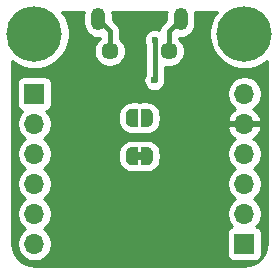
<source format=gbr>
G04 #@! TF.GenerationSoftware,KiCad,Pcbnew,5.1.5+dfsg1-2build2*
G04 #@! TF.CreationDate,2021-09-30T13:46:46+00:00*
G04 #@! TF.ProjectId,mcp2221a-breakout,6d637032-3232-4316-912d-627265616b6f,rev?*
G04 #@! TF.SameCoordinates,Original*
G04 #@! TF.FileFunction,Copper,L2,Bot*
G04 #@! TF.FilePolarity,Positive*
%FSLAX46Y46*%
G04 Gerber Fmt 4.6, Leading zero omitted, Abs format (unit mm)*
G04 Created by KiCad (PCBNEW 5.1.5+dfsg1-2build2) date 2021-09-30 13:46:46*
%MOMM*%
%LPD*%
G04 APERTURE LIST*
G04 #@! TA.AperFunction,EtchedComponent*
%ADD10C,0.350000*%
G04 #@! TD*
G04 #@! TA.AperFunction,ComponentPad*
%ADD11C,4.700000*%
G04 #@! TD*
G04 #@! TA.AperFunction,ComponentPad*
%ADD12O,1.700000X1.700000*%
G04 #@! TD*
G04 #@! TA.AperFunction,ComponentPad*
%ADD13R,1.700000X1.700000*%
G04 #@! TD*
G04 #@! TA.AperFunction,SMDPad,CuDef*
%ADD14C,0.350000*%
G04 #@! TD*
G04 #@! TA.AperFunction,ComponentPad*
%ADD15O,1.200000X1.900000*%
G04 #@! TD*
G04 #@! TA.AperFunction,ComponentPad*
%ADD16C,1.450000*%
G04 #@! TD*
G04 #@! TA.AperFunction,ViaPad*
%ADD17C,0.600000*%
G04 #@! TD*
G04 #@! TA.AperFunction,Conductor*
%ADD18C,0.400000*%
G04 #@! TD*
G04 #@! TA.AperFunction,Conductor*
%ADD19C,0.254000*%
G04 #@! TD*
G04 APERTURE END LIST*
D10*
G04 #@! TO.C,JP2*
G36*
X108200000Y-56370500D02*
G01*
X107700000Y-56370500D01*
X107700000Y-55770500D01*
X108200000Y-55770500D01*
X108200000Y-56370500D01*
G37*
G04 #@! TD*
D11*
G04 #@! TO.P,H2,1*
G04 #@! TO.N,N/C*
X116840000Y-45720000D03*
G04 #@! TD*
D12*
G04 #@! TO.P,J2,6*
G04 #@! TO.N,/GP2*
X99060000Y-63500000D03*
G04 #@! TO.P,J2,5*
G04 #@! TO.N,/Tx*
X99060000Y-60960000D03*
G04 #@! TO.P,J2,4*
G04 #@! TO.N,/Rx*
X99060000Y-58420000D03*
G04 #@! TO.P,J2,3*
G04 #@! TO.N,/~RST*
X99060000Y-55880000D03*
G04 #@! TO.P,J2,2*
G04 #@! TO.N,/GP1*
X99060000Y-53340000D03*
D13*
G04 #@! TO.P,J2,1*
G04 #@! TO.N,/GP0*
X99060000Y-50800000D03*
G04 #@! TD*
D11*
G04 #@! TO.P,H1,1*
G04 #@! TO.N,N/C*
X99060000Y-45720000D03*
G04 #@! TD*
D12*
G04 #@! TO.P,J3,6*
G04 #@! TO.N,VBUS*
X116840000Y-50800000D03*
G04 #@! TO.P,J3,5*
G04 #@! TO.N,GND*
X116840000Y-53340000D03*
G04 #@! TO.P,J3,4*
G04 #@! TO.N,VDD*
X116840000Y-55880000D03*
G04 #@! TO.P,J3,3*
G04 #@! TO.N,/SCL*
X116840000Y-58420000D03*
G04 #@! TO.P,J3,2*
G04 #@! TO.N,/SDA*
X116840000Y-60960000D03*
D13*
G04 #@! TO.P,J3,1*
G04 #@! TO.N,/GP3*
X116840000Y-63500000D03*
G04 #@! TD*
G04 #@! TA.AperFunction,SMDPad,CuDef*
D14*
G04 #@! TO.P,JP2,1*
G04 #@! TO.N,VDD*
G36*
X107800000Y-56820500D02*
G01*
X107300000Y-56820500D01*
X107300000Y-56819898D01*
X107275466Y-56819898D01*
X107226635Y-56815088D01*
X107178510Y-56805516D01*
X107131555Y-56791272D01*
X107086222Y-56772495D01*
X107042949Y-56749364D01*
X107002150Y-56722104D01*
X106964221Y-56690976D01*
X106929524Y-56656279D01*
X106898396Y-56618350D01*
X106871136Y-56577551D01*
X106848005Y-56534278D01*
X106829228Y-56488945D01*
X106814984Y-56441990D01*
X106805412Y-56393865D01*
X106800602Y-56345034D01*
X106800602Y-56320500D01*
X106800000Y-56320500D01*
X106800000Y-55820500D01*
X106800602Y-55820500D01*
X106800602Y-55795966D01*
X106805412Y-55747135D01*
X106814984Y-55699010D01*
X106829228Y-55652055D01*
X106848005Y-55606722D01*
X106871136Y-55563449D01*
X106898396Y-55522650D01*
X106929524Y-55484721D01*
X106964221Y-55450024D01*
X107002150Y-55418896D01*
X107042949Y-55391636D01*
X107086222Y-55368505D01*
X107131555Y-55349728D01*
X107178510Y-55335484D01*
X107226635Y-55325912D01*
X107275466Y-55321102D01*
X107300000Y-55321102D01*
X107300000Y-55320500D01*
X107800000Y-55320500D01*
X107800000Y-56820500D01*
G37*
G04 #@! TD.AperFunction*
G04 #@! TA.AperFunction,SMDPad,CuDef*
G04 #@! TO.P,JP2,2*
G04 #@! TO.N,Net-(C4-Pad1)*
G36*
X108600000Y-55321102D02*
G01*
X108624534Y-55321102D01*
X108673365Y-55325912D01*
X108721490Y-55335484D01*
X108768445Y-55349728D01*
X108813778Y-55368505D01*
X108857051Y-55391636D01*
X108897850Y-55418896D01*
X108935779Y-55450024D01*
X108970476Y-55484721D01*
X109001604Y-55522650D01*
X109028864Y-55563449D01*
X109051995Y-55606722D01*
X109070772Y-55652055D01*
X109085016Y-55699010D01*
X109094588Y-55747135D01*
X109099398Y-55795966D01*
X109099398Y-55820500D01*
X109100000Y-55820500D01*
X109100000Y-56320500D01*
X109099398Y-56320500D01*
X109099398Y-56345034D01*
X109094588Y-56393865D01*
X109085016Y-56441990D01*
X109070772Y-56488945D01*
X109051995Y-56534278D01*
X109028864Y-56577551D01*
X109001604Y-56618350D01*
X108970476Y-56656279D01*
X108935779Y-56690976D01*
X108897850Y-56722104D01*
X108857051Y-56749364D01*
X108813778Y-56772495D01*
X108768445Y-56791272D01*
X108721490Y-56805516D01*
X108673365Y-56815088D01*
X108624534Y-56819898D01*
X108600000Y-56819898D01*
X108600000Y-56820500D01*
X108100000Y-56820500D01*
X108100000Y-55320500D01*
X108600000Y-55320500D01*
X108600000Y-55321102D01*
G37*
G04 #@! TD.AperFunction*
G04 #@! TD*
G04 #@! TA.AperFunction,SMDPad,CuDef*
G04 #@! TO.P,JP1,2*
G04 #@! TO.N,VDD*
G36*
X107300000Y-53581398D02*
G01*
X107275466Y-53581398D01*
X107226635Y-53576588D01*
X107178510Y-53567016D01*
X107131555Y-53552772D01*
X107086222Y-53533995D01*
X107042949Y-53510864D01*
X107002150Y-53483604D01*
X106964221Y-53452476D01*
X106929524Y-53417779D01*
X106898396Y-53379850D01*
X106871136Y-53339051D01*
X106848005Y-53295778D01*
X106829228Y-53250445D01*
X106814984Y-53203490D01*
X106805412Y-53155365D01*
X106800602Y-53106534D01*
X106800602Y-53082000D01*
X106800000Y-53082000D01*
X106800000Y-52582000D01*
X106800602Y-52582000D01*
X106800602Y-52557466D01*
X106805412Y-52508635D01*
X106814984Y-52460510D01*
X106829228Y-52413555D01*
X106848005Y-52368222D01*
X106871136Y-52324949D01*
X106898396Y-52284150D01*
X106929524Y-52246221D01*
X106964221Y-52211524D01*
X107002150Y-52180396D01*
X107042949Y-52153136D01*
X107086222Y-52130005D01*
X107131555Y-52111228D01*
X107178510Y-52096984D01*
X107226635Y-52087412D01*
X107275466Y-52082602D01*
X107300000Y-52082602D01*
X107300000Y-52082000D01*
X107800000Y-52082000D01*
X107800000Y-53582000D01*
X107300000Y-53582000D01*
X107300000Y-53581398D01*
G37*
G04 #@! TD.AperFunction*
G04 #@! TA.AperFunction,SMDPad,CuDef*
G04 #@! TO.P,JP1,1*
G04 #@! TO.N,VBUS*
G36*
X108100000Y-52082000D02*
G01*
X108600000Y-52082000D01*
X108600000Y-52082602D01*
X108624534Y-52082602D01*
X108673365Y-52087412D01*
X108721490Y-52096984D01*
X108768445Y-52111228D01*
X108813778Y-52130005D01*
X108857051Y-52153136D01*
X108897850Y-52180396D01*
X108935779Y-52211524D01*
X108970476Y-52246221D01*
X109001604Y-52284150D01*
X109028864Y-52324949D01*
X109051995Y-52368222D01*
X109070772Y-52413555D01*
X109085016Y-52460510D01*
X109094588Y-52508635D01*
X109099398Y-52557466D01*
X109099398Y-52582000D01*
X109100000Y-52582000D01*
X109100000Y-53082000D01*
X109099398Y-53082000D01*
X109099398Y-53106534D01*
X109094588Y-53155365D01*
X109085016Y-53203490D01*
X109070772Y-53250445D01*
X109051995Y-53295778D01*
X109028864Y-53339051D01*
X109001604Y-53379850D01*
X108970476Y-53417779D01*
X108935779Y-53452476D01*
X108897850Y-53483604D01*
X108857051Y-53510864D01*
X108813778Y-53533995D01*
X108768445Y-53552772D01*
X108721490Y-53567016D01*
X108673365Y-53576588D01*
X108624534Y-53581398D01*
X108600000Y-53581398D01*
X108600000Y-53582000D01*
X108100000Y-53582000D01*
X108100000Y-52082000D01*
G37*
G04 #@! TD.AperFunction*
G04 #@! TD*
D15*
G04 #@! TO.P,J1,6*
G04 #@! TO.N,Net-(J1-Pad6)*
X104450000Y-44482500D03*
X111450000Y-44482500D03*
D16*
X105450000Y-47182500D03*
X110450000Y-47182500D03*
G04 #@! TD*
D17*
G04 #@! TO.N,GND*
X106680000Y-48260000D03*
X111760000Y-53340000D03*
X101600000Y-50800000D03*
X113601500Y-56388000D03*
X105410005Y-50799995D03*
X102489000Y-53340000D03*
X107950000Y-49085500D03*
X110490000Y-50863502D03*
G04 #@! TO.N,VBUS*
X109250000Y-46237498D03*
X108585004Y-52832000D03*
X109220000Y-49657000D03*
G04 #@! TO.N,VDD*
X107124500Y-56070500D03*
X107314922Y-52832000D03*
G04 #@! TO.N,Net-(C4-Pad1)*
X108775500Y-56070500D03*
G04 #@! TD*
D18*
G04 #@! TO.N,VBUS*
X109250000Y-46237498D02*
X109250000Y-49627000D01*
X109250000Y-49627000D02*
X109220000Y-49657000D01*
G04 #@! TO.N,Net-(J1-Pad6)*
X105450000Y-45482500D02*
X104450000Y-44482500D01*
X105450000Y-47182500D02*
X105450000Y-45482500D01*
X110450000Y-45482500D02*
X111450000Y-44482500D01*
X110450000Y-47182500D02*
X110450000Y-45482500D01*
G04 #@! TD*
D19*
G04 #@! TO.N,GND*
G36*
X103232870Y-43890398D02*
G01*
X103215000Y-44071835D01*
X103215000Y-44893164D01*
X103232870Y-45074601D01*
X103303489Y-45307400D01*
X103418167Y-45521948D01*
X103572498Y-45710002D01*
X103760551Y-45864333D01*
X103975099Y-45979011D01*
X104207898Y-46049630D01*
X104450000Y-46073475D01*
X104615001Y-46057224D01*
X104615001Y-46104771D01*
X104583051Y-46126119D01*
X104393619Y-46315551D01*
X104244784Y-46538299D01*
X104142264Y-46785803D01*
X104090000Y-47048552D01*
X104090000Y-47316448D01*
X104142264Y-47579197D01*
X104244784Y-47826701D01*
X104393619Y-48049449D01*
X104583051Y-48238881D01*
X104805799Y-48387716D01*
X105053303Y-48490236D01*
X105316052Y-48542500D01*
X105583948Y-48542500D01*
X105846697Y-48490236D01*
X106094201Y-48387716D01*
X106316949Y-48238881D01*
X106506381Y-48049449D01*
X106655216Y-47826701D01*
X106757736Y-47579197D01*
X106810000Y-47316448D01*
X106810000Y-47048552D01*
X106757736Y-46785803D01*
X106655216Y-46538299D01*
X106506381Y-46315551D01*
X106316949Y-46126119D01*
X106285000Y-46104771D01*
X106285000Y-45523518D01*
X106289040Y-45482500D01*
X106283496Y-45426209D01*
X106272918Y-45318811D01*
X106225172Y-45161413D01*
X106147636Y-45016354D01*
X106088969Y-44944868D01*
X106069439Y-44921070D01*
X106069437Y-44921068D01*
X106043291Y-44889209D01*
X106011432Y-44863063D01*
X105685000Y-44536632D01*
X105685000Y-44071836D01*
X105667130Y-43890399D01*
X105651842Y-43840000D01*
X110248158Y-43840000D01*
X110232870Y-43890399D01*
X110215000Y-44071836D01*
X110215000Y-44536632D01*
X109888574Y-44863059D01*
X109856710Y-44889209D01*
X109812695Y-44942842D01*
X109752364Y-45016355D01*
X109674828Y-45161414D01*
X109627082Y-45318812D01*
X109621135Y-45379191D01*
X109522729Y-45338430D01*
X109342089Y-45302498D01*
X109157911Y-45302498D01*
X108977271Y-45338430D01*
X108807111Y-45408912D01*
X108653972Y-45511236D01*
X108523738Y-45641470D01*
X108421414Y-45794609D01*
X108350932Y-45964769D01*
X108315000Y-46145409D01*
X108315000Y-46329587D01*
X108350932Y-46510227D01*
X108415000Y-46664902D01*
X108415001Y-49178811D01*
X108391414Y-49214111D01*
X108320932Y-49384271D01*
X108285000Y-49564911D01*
X108285000Y-49749089D01*
X108320932Y-49929729D01*
X108391414Y-50099889D01*
X108493738Y-50253028D01*
X108623972Y-50383262D01*
X108777111Y-50485586D01*
X108947271Y-50556068D01*
X109127911Y-50592000D01*
X109312089Y-50592000D01*
X109492729Y-50556068D01*
X109662889Y-50485586D01*
X109816028Y-50383262D01*
X109946262Y-50253028D01*
X110048586Y-50099889D01*
X110119068Y-49929729D01*
X110155000Y-49749089D01*
X110155000Y-49564911D01*
X110119068Y-49384271D01*
X110085000Y-49302023D01*
X110085000Y-48496541D01*
X110316052Y-48542500D01*
X110583948Y-48542500D01*
X110846697Y-48490236D01*
X111094201Y-48387716D01*
X111316949Y-48238881D01*
X111506381Y-48049449D01*
X111655216Y-47826701D01*
X111757736Y-47579197D01*
X111810000Y-47316448D01*
X111810000Y-47048552D01*
X111757736Y-46785803D01*
X111655216Y-46538299D01*
X111506381Y-46315551D01*
X111316949Y-46126119D01*
X111285000Y-46104771D01*
X111285000Y-46057224D01*
X111450000Y-46073475D01*
X111692102Y-46049630D01*
X111924901Y-45979011D01*
X112139449Y-45864333D01*
X112327502Y-45710002D01*
X112481833Y-45521949D01*
X112596511Y-45307401D01*
X112667130Y-45074601D01*
X112685000Y-44893164D01*
X112685000Y-44071835D01*
X112667130Y-43890398D01*
X112651842Y-43840000D01*
X114506147Y-43840000D01*
X114194727Y-44306072D01*
X113969712Y-44849308D01*
X113855000Y-45426003D01*
X113855000Y-46013997D01*
X113969712Y-46590692D01*
X114194727Y-47133928D01*
X114521399Y-47622826D01*
X114937174Y-48038601D01*
X115426072Y-48365273D01*
X115969308Y-48590288D01*
X116546003Y-48705000D01*
X117133997Y-48705000D01*
X117710692Y-48590288D01*
X118253928Y-48365273D01*
X118720001Y-48053852D01*
X118720000Y-63467721D01*
X118681091Y-63864545D01*
X118575220Y-64215206D01*
X118403257Y-64538623D01*
X118171748Y-64822482D01*
X117889514Y-65055965D01*
X117567304Y-65230184D01*
X117217385Y-65338502D01*
X116822557Y-65380000D01*
X99092279Y-65380000D01*
X98695455Y-65341091D01*
X98344794Y-65235220D01*
X98021377Y-65063257D01*
X97737518Y-64831748D01*
X97504035Y-64549514D01*
X97329816Y-64227304D01*
X97221498Y-63877385D01*
X97180000Y-63482557D01*
X97180000Y-49950000D01*
X97571928Y-49950000D01*
X97571928Y-51650000D01*
X97584188Y-51774482D01*
X97620498Y-51894180D01*
X97679463Y-52004494D01*
X97758815Y-52101185D01*
X97855506Y-52180537D01*
X97965820Y-52239502D01*
X98038380Y-52261513D01*
X97906525Y-52393368D01*
X97744010Y-52636589D01*
X97632068Y-52906842D01*
X97575000Y-53193740D01*
X97575000Y-53486260D01*
X97632068Y-53773158D01*
X97744010Y-54043411D01*
X97906525Y-54286632D01*
X98113368Y-54493475D01*
X98287760Y-54610000D01*
X98113368Y-54726525D01*
X97906525Y-54933368D01*
X97744010Y-55176589D01*
X97632068Y-55446842D01*
X97575000Y-55733740D01*
X97575000Y-56026260D01*
X97632068Y-56313158D01*
X97744010Y-56583411D01*
X97906525Y-56826632D01*
X98113368Y-57033475D01*
X98287760Y-57150000D01*
X98113368Y-57266525D01*
X97906525Y-57473368D01*
X97744010Y-57716589D01*
X97632068Y-57986842D01*
X97575000Y-58273740D01*
X97575000Y-58566260D01*
X97632068Y-58853158D01*
X97744010Y-59123411D01*
X97906525Y-59366632D01*
X98113368Y-59573475D01*
X98287760Y-59690000D01*
X98113368Y-59806525D01*
X97906525Y-60013368D01*
X97744010Y-60256589D01*
X97632068Y-60526842D01*
X97575000Y-60813740D01*
X97575000Y-61106260D01*
X97632068Y-61393158D01*
X97744010Y-61663411D01*
X97906525Y-61906632D01*
X98113368Y-62113475D01*
X98287760Y-62230000D01*
X98113368Y-62346525D01*
X97906525Y-62553368D01*
X97744010Y-62796589D01*
X97632068Y-63066842D01*
X97575000Y-63353740D01*
X97575000Y-63646260D01*
X97632068Y-63933158D01*
X97744010Y-64203411D01*
X97906525Y-64446632D01*
X98113368Y-64653475D01*
X98356589Y-64815990D01*
X98626842Y-64927932D01*
X98913740Y-64985000D01*
X99206260Y-64985000D01*
X99493158Y-64927932D01*
X99763411Y-64815990D01*
X100006632Y-64653475D01*
X100213475Y-64446632D01*
X100375990Y-64203411D01*
X100487932Y-63933158D01*
X100545000Y-63646260D01*
X100545000Y-63353740D01*
X100487932Y-63066842D01*
X100375990Y-62796589D01*
X100278043Y-62650000D01*
X115351928Y-62650000D01*
X115351928Y-64350000D01*
X115364188Y-64474482D01*
X115400498Y-64594180D01*
X115459463Y-64704494D01*
X115538815Y-64801185D01*
X115635506Y-64880537D01*
X115745820Y-64939502D01*
X115865518Y-64975812D01*
X115990000Y-64988072D01*
X117690000Y-64988072D01*
X117814482Y-64975812D01*
X117934180Y-64939502D01*
X118044494Y-64880537D01*
X118141185Y-64801185D01*
X118220537Y-64704494D01*
X118279502Y-64594180D01*
X118315812Y-64474482D01*
X118328072Y-64350000D01*
X118328072Y-62650000D01*
X118315812Y-62525518D01*
X118279502Y-62405820D01*
X118220537Y-62295506D01*
X118141185Y-62198815D01*
X118044494Y-62119463D01*
X117934180Y-62060498D01*
X117861620Y-62038487D01*
X117993475Y-61906632D01*
X118155990Y-61663411D01*
X118267932Y-61393158D01*
X118325000Y-61106260D01*
X118325000Y-60813740D01*
X118267932Y-60526842D01*
X118155990Y-60256589D01*
X117993475Y-60013368D01*
X117786632Y-59806525D01*
X117612240Y-59690000D01*
X117786632Y-59573475D01*
X117993475Y-59366632D01*
X118155990Y-59123411D01*
X118267932Y-58853158D01*
X118325000Y-58566260D01*
X118325000Y-58273740D01*
X118267932Y-57986842D01*
X118155990Y-57716589D01*
X117993475Y-57473368D01*
X117786632Y-57266525D01*
X117612240Y-57150000D01*
X117786632Y-57033475D01*
X117993475Y-56826632D01*
X118155990Y-56583411D01*
X118267932Y-56313158D01*
X118325000Y-56026260D01*
X118325000Y-55733740D01*
X118267932Y-55446842D01*
X118155990Y-55176589D01*
X117993475Y-54933368D01*
X117786632Y-54726525D01*
X117604466Y-54604805D01*
X117721355Y-54535178D01*
X117937588Y-54340269D01*
X118111641Y-54106920D01*
X118236825Y-53844099D01*
X118281476Y-53696890D01*
X118160155Y-53467000D01*
X116967000Y-53467000D01*
X116967000Y-53487000D01*
X116713000Y-53487000D01*
X116713000Y-53467000D01*
X115519845Y-53467000D01*
X115398524Y-53696890D01*
X115443175Y-53844099D01*
X115568359Y-54106920D01*
X115742412Y-54340269D01*
X115958645Y-54535178D01*
X116075534Y-54604805D01*
X115893368Y-54726525D01*
X115686525Y-54933368D01*
X115524010Y-55176589D01*
X115412068Y-55446842D01*
X115355000Y-55733740D01*
X115355000Y-56026260D01*
X115412068Y-56313158D01*
X115524010Y-56583411D01*
X115686525Y-56826632D01*
X115893368Y-57033475D01*
X116067760Y-57150000D01*
X115893368Y-57266525D01*
X115686525Y-57473368D01*
X115524010Y-57716589D01*
X115412068Y-57986842D01*
X115355000Y-58273740D01*
X115355000Y-58566260D01*
X115412068Y-58853158D01*
X115524010Y-59123411D01*
X115686525Y-59366632D01*
X115893368Y-59573475D01*
X116067760Y-59690000D01*
X115893368Y-59806525D01*
X115686525Y-60013368D01*
X115524010Y-60256589D01*
X115412068Y-60526842D01*
X115355000Y-60813740D01*
X115355000Y-61106260D01*
X115412068Y-61393158D01*
X115524010Y-61663411D01*
X115686525Y-61906632D01*
X115818380Y-62038487D01*
X115745820Y-62060498D01*
X115635506Y-62119463D01*
X115538815Y-62198815D01*
X115459463Y-62295506D01*
X115400498Y-62405820D01*
X115364188Y-62525518D01*
X115351928Y-62650000D01*
X100278043Y-62650000D01*
X100213475Y-62553368D01*
X100006632Y-62346525D01*
X99832240Y-62230000D01*
X100006632Y-62113475D01*
X100213475Y-61906632D01*
X100375990Y-61663411D01*
X100487932Y-61393158D01*
X100545000Y-61106260D01*
X100545000Y-60813740D01*
X100487932Y-60526842D01*
X100375990Y-60256589D01*
X100213475Y-60013368D01*
X100006632Y-59806525D01*
X99832240Y-59690000D01*
X100006632Y-59573475D01*
X100213475Y-59366632D01*
X100375990Y-59123411D01*
X100487932Y-58853158D01*
X100545000Y-58566260D01*
X100545000Y-58273740D01*
X100487932Y-57986842D01*
X100375990Y-57716589D01*
X100213475Y-57473368D01*
X100006632Y-57266525D01*
X99832240Y-57150000D01*
X100006632Y-57033475D01*
X100213475Y-56826632D01*
X100375990Y-56583411D01*
X100487932Y-56313158D01*
X100545000Y-56026260D01*
X100545000Y-55820500D01*
X106161928Y-55820500D01*
X106161928Y-56320500D01*
X106164336Y-56344950D01*
X106164336Y-56369509D01*
X106176596Y-56493990D01*
X106195718Y-56590123D01*
X106232027Y-56709819D01*
X106269536Y-56800375D01*
X106328502Y-56910692D01*
X106382958Y-56992191D01*
X106462310Y-57088882D01*
X106531618Y-57158190D01*
X106628309Y-57237542D01*
X106709808Y-57291998D01*
X106820125Y-57350964D01*
X106910681Y-57388473D01*
X107030377Y-57424782D01*
X107126510Y-57443904D01*
X107250991Y-57456164D01*
X107275550Y-57456164D01*
X107300000Y-57458572D01*
X107800000Y-57458572D01*
X107924482Y-57446312D01*
X107950000Y-57438571D01*
X107975518Y-57446312D01*
X108100000Y-57458572D01*
X108600000Y-57458572D01*
X108624450Y-57456164D01*
X108649009Y-57456164D01*
X108773490Y-57443904D01*
X108869623Y-57424782D01*
X108989319Y-57388473D01*
X109079875Y-57350964D01*
X109190192Y-57291998D01*
X109271691Y-57237542D01*
X109368382Y-57158190D01*
X109437690Y-57088882D01*
X109517042Y-56992191D01*
X109571498Y-56910692D01*
X109630464Y-56800375D01*
X109667973Y-56709819D01*
X109704282Y-56590123D01*
X109723404Y-56493990D01*
X109735664Y-56369509D01*
X109735664Y-56344950D01*
X109738072Y-56320500D01*
X109738072Y-55820500D01*
X109735664Y-55796050D01*
X109735664Y-55771491D01*
X109723404Y-55647010D01*
X109704282Y-55550877D01*
X109667973Y-55431181D01*
X109630464Y-55340625D01*
X109571498Y-55230308D01*
X109517042Y-55148809D01*
X109437690Y-55052118D01*
X109368382Y-54982810D01*
X109271691Y-54903458D01*
X109190192Y-54849002D01*
X109079875Y-54790036D01*
X108989319Y-54752527D01*
X108869623Y-54716218D01*
X108773490Y-54697096D01*
X108649009Y-54684836D01*
X108624450Y-54684836D01*
X108600000Y-54682428D01*
X108100000Y-54682428D01*
X107975518Y-54694688D01*
X107950000Y-54702429D01*
X107924482Y-54694688D01*
X107800000Y-54682428D01*
X107300000Y-54682428D01*
X107275550Y-54684836D01*
X107250991Y-54684836D01*
X107126510Y-54697096D01*
X107030377Y-54716218D01*
X106910681Y-54752527D01*
X106820125Y-54790036D01*
X106709808Y-54849002D01*
X106628309Y-54903458D01*
X106531618Y-54982810D01*
X106462310Y-55052118D01*
X106382958Y-55148809D01*
X106328502Y-55230308D01*
X106269536Y-55340625D01*
X106232027Y-55431181D01*
X106195718Y-55550877D01*
X106176596Y-55647010D01*
X106164336Y-55771491D01*
X106164336Y-55796050D01*
X106161928Y-55820500D01*
X100545000Y-55820500D01*
X100545000Y-55733740D01*
X100487932Y-55446842D01*
X100375990Y-55176589D01*
X100213475Y-54933368D01*
X100006632Y-54726525D01*
X99832240Y-54610000D01*
X100006632Y-54493475D01*
X100213475Y-54286632D01*
X100375990Y-54043411D01*
X100487932Y-53773158D01*
X100545000Y-53486260D01*
X100545000Y-53193740D01*
X100487932Y-52906842D01*
X100375990Y-52636589D01*
X100339515Y-52582000D01*
X106161928Y-52582000D01*
X106161928Y-53082000D01*
X106164336Y-53106450D01*
X106164336Y-53131009D01*
X106176596Y-53255490D01*
X106195718Y-53351623D01*
X106232027Y-53471319D01*
X106269536Y-53561875D01*
X106328502Y-53672192D01*
X106382958Y-53753691D01*
X106462310Y-53850382D01*
X106531618Y-53919690D01*
X106628309Y-53999042D01*
X106709808Y-54053498D01*
X106820125Y-54112464D01*
X106910681Y-54149973D01*
X107030377Y-54186282D01*
X107126510Y-54205404D01*
X107250991Y-54217664D01*
X107275550Y-54217664D01*
X107300000Y-54220072D01*
X107800000Y-54220072D01*
X107924482Y-54207812D01*
X107950000Y-54200071D01*
X107975518Y-54207812D01*
X108100000Y-54220072D01*
X108600000Y-54220072D01*
X108624450Y-54217664D01*
X108649009Y-54217664D01*
X108773490Y-54205404D01*
X108869623Y-54186282D01*
X108989319Y-54149973D01*
X109079875Y-54112464D01*
X109190192Y-54053498D01*
X109271691Y-53999042D01*
X109368382Y-53919690D01*
X109437690Y-53850382D01*
X109517042Y-53753691D01*
X109571498Y-53672192D01*
X109630464Y-53561875D01*
X109667973Y-53471319D01*
X109704282Y-53351623D01*
X109723404Y-53255490D01*
X109735664Y-53131009D01*
X109735664Y-53106450D01*
X109738072Y-53082000D01*
X109738072Y-52582000D01*
X109735664Y-52557550D01*
X109735664Y-52532991D01*
X109723404Y-52408510D01*
X109704282Y-52312377D01*
X109667973Y-52192681D01*
X109630464Y-52102125D01*
X109571498Y-51991808D01*
X109517042Y-51910309D01*
X109437690Y-51813618D01*
X109368382Y-51744310D01*
X109271691Y-51664958D01*
X109190192Y-51610502D01*
X109079875Y-51551536D01*
X108989319Y-51514027D01*
X108869623Y-51477718D01*
X108773490Y-51458596D01*
X108649009Y-51446336D01*
X108624450Y-51446336D01*
X108600000Y-51443928D01*
X108100000Y-51443928D01*
X107975518Y-51456188D01*
X107950000Y-51463929D01*
X107924482Y-51456188D01*
X107800000Y-51443928D01*
X107300000Y-51443928D01*
X107275550Y-51446336D01*
X107250991Y-51446336D01*
X107126510Y-51458596D01*
X107030377Y-51477718D01*
X106910681Y-51514027D01*
X106820125Y-51551536D01*
X106709808Y-51610502D01*
X106628309Y-51664958D01*
X106531618Y-51744310D01*
X106462310Y-51813618D01*
X106382958Y-51910309D01*
X106328502Y-51991808D01*
X106269536Y-52102125D01*
X106232027Y-52192681D01*
X106195718Y-52312377D01*
X106176596Y-52408510D01*
X106164336Y-52532991D01*
X106164336Y-52557550D01*
X106161928Y-52582000D01*
X100339515Y-52582000D01*
X100213475Y-52393368D01*
X100081620Y-52261513D01*
X100154180Y-52239502D01*
X100264494Y-52180537D01*
X100361185Y-52101185D01*
X100440537Y-52004494D01*
X100499502Y-51894180D01*
X100535812Y-51774482D01*
X100548072Y-51650000D01*
X100548072Y-50653740D01*
X115355000Y-50653740D01*
X115355000Y-50946260D01*
X115412068Y-51233158D01*
X115524010Y-51503411D01*
X115686525Y-51746632D01*
X115893368Y-51953475D01*
X116075534Y-52075195D01*
X115958645Y-52144822D01*
X115742412Y-52339731D01*
X115568359Y-52573080D01*
X115443175Y-52835901D01*
X115398524Y-52983110D01*
X115519845Y-53213000D01*
X116713000Y-53213000D01*
X116713000Y-53193000D01*
X116967000Y-53193000D01*
X116967000Y-53213000D01*
X118160155Y-53213000D01*
X118281476Y-52983110D01*
X118236825Y-52835901D01*
X118111641Y-52573080D01*
X117937588Y-52339731D01*
X117721355Y-52144822D01*
X117604466Y-52075195D01*
X117786632Y-51953475D01*
X117993475Y-51746632D01*
X118155990Y-51503411D01*
X118267932Y-51233158D01*
X118325000Y-50946260D01*
X118325000Y-50653740D01*
X118267932Y-50366842D01*
X118155990Y-50096589D01*
X117993475Y-49853368D01*
X117786632Y-49646525D01*
X117543411Y-49484010D01*
X117273158Y-49372068D01*
X116986260Y-49315000D01*
X116693740Y-49315000D01*
X116406842Y-49372068D01*
X116136589Y-49484010D01*
X115893368Y-49646525D01*
X115686525Y-49853368D01*
X115524010Y-50096589D01*
X115412068Y-50366842D01*
X115355000Y-50653740D01*
X100548072Y-50653740D01*
X100548072Y-49950000D01*
X100535812Y-49825518D01*
X100499502Y-49705820D01*
X100440537Y-49595506D01*
X100361185Y-49498815D01*
X100264494Y-49419463D01*
X100154180Y-49360498D01*
X100034482Y-49324188D01*
X99910000Y-49311928D01*
X98210000Y-49311928D01*
X98085518Y-49324188D01*
X97965820Y-49360498D01*
X97855506Y-49419463D01*
X97758815Y-49498815D01*
X97679463Y-49595506D01*
X97620498Y-49705820D01*
X97584188Y-49825518D01*
X97571928Y-49950000D01*
X97180000Y-49950000D01*
X97180000Y-48053853D01*
X97646072Y-48365273D01*
X98189308Y-48590288D01*
X98766003Y-48705000D01*
X99353997Y-48705000D01*
X99930692Y-48590288D01*
X100473928Y-48365273D01*
X100962826Y-48038601D01*
X101378601Y-47622826D01*
X101705273Y-47133928D01*
X101930288Y-46590692D01*
X102045000Y-46013997D01*
X102045000Y-45426003D01*
X101930288Y-44849308D01*
X101705273Y-44306072D01*
X101393853Y-43840000D01*
X103248158Y-43840000D01*
X103232870Y-43890398D01*
G37*
X103232870Y-43890398D02*
X103215000Y-44071835D01*
X103215000Y-44893164D01*
X103232870Y-45074601D01*
X103303489Y-45307400D01*
X103418167Y-45521948D01*
X103572498Y-45710002D01*
X103760551Y-45864333D01*
X103975099Y-45979011D01*
X104207898Y-46049630D01*
X104450000Y-46073475D01*
X104615001Y-46057224D01*
X104615001Y-46104771D01*
X104583051Y-46126119D01*
X104393619Y-46315551D01*
X104244784Y-46538299D01*
X104142264Y-46785803D01*
X104090000Y-47048552D01*
X104090000Y-47316448D01*
X104142264Y-47579197D01*
X104244784Y-47826701D01*
X104393619Y-48049449D01*
X104583051Y-48238881D01*
X104805799Y-48387716D01*
X105053303Y-48490236D01*
X105316052Y-48542500D01*
X105583948Y-48542500D01*
X105846697Y-48490236D01*
X106094201Y-48387716D01*
X106316949Y-48238881D01*
X106506381Y-48049449D01*
X106655216Y-47826701D01*
X106757736Y-47579197D01*
X106810000Y-47316448D01*
X106810000Y-47048552D01*
X106757736Y-46785803D01*
X106655216Y-46538299D01*
X106506381Y-46315551D01*
X106316949Y-46126119D01*
X106285000Y-46104771D01*
X106285000Y-45523518D01*
X106289040Y-45482500D01*
X106283496Y-45426209D01*
X106272918Y-45318811D01*
X106225172Y-45161413D01*
X106147636Y-45016354D01*
X106088969Y-44944868D01*
X106069439Y-44921070D01*
X106069437Y-44921068D01*
X106043291Y-44889209D01*
X106011432Y-44863063D01*
X105685000Y-44536632D01*
X105685000Y-44071836D01*
X105667130Y-43890399D01*
X105651842Y-43840000D01*
X110248158Y-43840000D01*
X110232870Y-43890399D01*
X110215000Y-44071836D01*
X110215000Y-44536632D01*
X109888574Y-44863059D01*
X109856710Y-44889209D01*
X109812695Y-44942842D01*
X109752364Y-45016355D01*
X109674828Y-45161414D01*
X109627082Y-45318812D01*
X109621135Y-45379191D01*
X109522729Y-45338430D01*
X109342089Y-45302498D01*
X109157911Y-45302498D01*
X108977271Y-45338430D01*
X108807111Y-45408912D01*
X108653972Y-45511236D01*
X108523738Y-45641470D01*
X108421414Y-45794609D01*
X108350932Y-45964769D01*
X108315000Y-46145409D01*
X108315000Y-46329587D01*
X108350932Y-46510227D01*
X108415000Y-46664902D01*
X108415001Y-49178811D01*
X108391414Y-49214111D01*
X108320932Y-49384271D01*
X108285000Y-49564911D01*
X108285000Y-49749089D01*
X108320932Y-49929729D01*
X108391414Y-50099889D01*
X108493738Y-50253028D01*
X108623972Y-50383262D01*
X108777111Y-50485586D01*
X108947271Y-50556068D01*
X109127911Y-50592000D01*
X109312089Y-50592000D01*
X109492729Y-50556068D01*
X109662889Y-50485586D01*
X109816028Y-50383262D01*
X109946262Y-50253028D01*
X110048586Y-50099889D01*
X110119068Y-49929729D01*
X110155000Y-49749089D01*
X110155000Y-49564911D01*
X110119068Y-49384271D01*
X110085000Y-49302023D01*
X110085000Y-48496541D01*
X110316052Y-48542500D01*
X110583948Y-48542500D01*
X110846697Y-48490236D01*
X111094201Y-48387716D01*
X111316949Y-48238881D01*
X111506381Y-48049449D01*
X111655216Y-47826701D01*
X111757736Y-47579197D01*
X111810000Y-47316448D01*
X111810000Y-47048552D01*
X111757736Y-46785803D01*
X111655216Y-46538299D01*
X111506381Y-46315551D01*
X111316949Y-46126119D01*
X111285000Y-46104771D01*
X111285000Y-46057224D01*
X111450000Y-46073475D01*
X111692102Y-46049630D01*
X111924901Y-45979011D01*
X112139449Y-45864333D01*
X112327502Y-45710002D01*
X112481833Y-45521949D01*
X112596511Y-45307401D01*
X112667130Y-45074601D01*
X112685000Y-44893164D01*
X112685000Y-44071835D01*
X112667130Y-43890398D01*
X112651842Y-43840000D01*
X114506147Y-43840000D01*
X114194727Y-44306072D01*
X113969712Y-44849308D01*
X113855000Y-45426003D01*
X113855000Y-46013997D01*
X113969712Y-46590692D01*
X114194727Y-47133928D01*
X114521399Y-47622826D01*
X114937174Y-48038601D01*
X115426072Y-48365273D01*
X115969308Y-48590288D01*
X116546003Y-48705000D01*
X117133997Y-48705000D01*
X117710692Y-48590288D01*
X118253928Y-48365273D01*
X118720001Y-48053852D01*
X118720000Y-63467721D01*
X118681091Y-63864545D01*
X118575220Y-64215206D01*
X118403257Y-64538623D01*
X118171748Y-64822482D01*
X117889514Y-65055965D01*
X117567304Y-65230184D01*
X117217385Y-65338502D01*
X116822557Y-65380000D01*
X99092279Y-65380000D01*
X98695455Y-65341091D01*
X98344794Y-65235220D01*
X98021377Y-65063257D01*
X97737518Y-64831748D01*
X97504035Y-64549514D01*
X97329816Y-64227304D01*
X97221498Y-63877385D01*
X97180000Y-63482557D01*
X97180000Y-49950000D01*
X97571928Y-49950000D01*
X97571928Y-51650000D01*
X97584188Y-51774482D01*
X97620498Y-51894180D01*
X97679463Y-52004494D01*
X97758815Y-52101185D01*
X97855506Y-52180537D01*
X97965820Y-52239502D01*
X98038380Y-52261513D01*
X97906525Y-52393368D01*
X97744010Y-52636589D01*
X97632068Y-52906842D01*
X97575000Y-53193740D01*
X97575000Y-53486260D01*
X97632068Y-53773158D01*
X97744010Y-54043411D01*
X97906525Y-54286632D01*
X98113368Y-54493475D01*
X98287760Y-54610000D01*
X98113368Y-54726525D01*
X97906525Y-54933368D01*
X97744010Y-55176589D01*
X97632068Y-55446842D01*
X97575000Y-55733740D01*
X97575000Y-56026260D01*
X97632068Y-56313158D01*
X97744010Y-56583411D01*
X97906525Y-56826632D01*
X98113368Y-57033475D01*
X98287760Y-57150000D01*
X98113368Y-57266525D01*
X97906525Y-57473368D01*
X97744010Y-57716589D01*
X97632068Y-57986842D01*
X97575000Y-58273740D01*
X97575000Y-58566260D01*
X97632068Y-58853158D01*
X97744010Y-59123411D01*
X97906525Y-59366632D01*
X98113368Y-59573475D01*
X98287760Y-59690000D01*
X98113368Y-59806525D01*
X97906525Y-60013368D01*
X97744010Y-60256589D01*
X97632068Y-60526842D01*
X97575000Y-60813740D01*
X97575000Y-61106260D01*
X97632068Y-61393158D01*
X97744010Y-61663411D01*
X97906525Y-61906632D01*
X98113368Y-62113475D01*
X98287760Y-62230000D01*
X98113368Y-62346525D01*
X97906525Y-62553368D01*
X97744010Y-62796589D01*
X97632068Y-63066842D01*
X97575000Y-63353740D01*
X97575000Y-63646260D01*
X97632068Y-63933158D01*
X97744010Y-64203411D01*
X97906525Y-64446632D01*
X98113368Y-64653475D01*
X98356589Y-64815990D01*
X98626842Y-64927932D01*
X98913740Y-64985000D01*
X99206260Y-64985000D01*
X99493158Y-64927932D01*
X99763411Y-64815990D01*
X100006632Y-64653475D01*
X100213475Y-64446632D01*
X100375990Y-64203411D01*
X100487932Y-63933158D01*
X100545000Y-63646260D01*
X100545000Y-63353740D01*
X100487932Y-63066842D01*
X100375990Y-62796589D01*
X100278043Y-62650000D01*
X115351928Y-62650000D01*
X115351928Y-64350000D01*
X115364188Y-64474482D01*
X115400498Y-64594180D01*
X115459463Y-64704494D01*
X115538815Y-64801185D01*
X115635506Y-64880537D01*
X115745820Y-64939502D01*
X115865518Y-64975812D01*
X115990000Y-64988072D01*
X117690000Y-64988072D01*
X117814482Y-64975812D01*
X117934180Y-64939502D01*
X118044494Y-64880537D01*
X118141185Y-64801185D01*
X118220537Y-64704494D01*
X118279502Y-64594180D01*
X118315812Y-64474482D01*
X118328072Y-64350000D01*
X118328072Y-62650000D01*
X118315812Y-62525518D01*
X118279502Y-62405820D01*
X118220537Y-62295506D01*
X118141185Y-62198815D01*
X118044494Y-62119463D01*
X117934180Y-62060498D01*
X117861620Y-62038487D01*
X117993475Y-61906632D01*
X118155990Y-61663411D01*
X118267932Y-61393158D01*
X118325000Y-61106260D01*
X118325000Y-60813740D01*
X118267932Y-60526842D01*
X118155990Y-60256589D01*
X117993475Y-60013368D01*
X117786632Y-59806525D01*
X117612240Y-59690000D01*
X117786632Y-59573475D01*
X117993475Y-59366632D01*
X118155990Y-59123411D01*
X118267932Y-58853158D01*
X118325000Y-58566260D01*
X118325000Y-58273740D01*
X118267932Y-57986842D01*
X118155990Y-57716589D01*
X117993475Y-57473368D01*
X117786632Y-57266525D01*
X117612240Y-57150000D01*
X117786632Y-57033475D01*
X117993475Y-56826632D01*
X118155990Y-56583411D01*
X118267932Y-56313158D01*
X118325000Y-56026260D01*
X118325000Y-55733740D01*
X118267932Y-55446842D01*
X118155990Y-55176589D01*
X117993475Y-54933368D01*
X117786632Y-54726525D01*
X117604466Y-54604805D01*
X117721355Y-54535178D01*
X117937588Y-54340269D01*
X118111641Y-54106920D01*
X118236825Y-53844099D01*
X118281476Y-53696890D01*
X118160155Y-53467000D01*
X116967000Y-53467000D01*
X116967000Y-53487000D01*
X116713000Y-53487000D01*
X116713000Y-53467000D01*
X115519845Y-53467000D01*
X115398524Y-53696890D01*
X115443175Y-53844099D01*
X115568359Y-54106920D01*
X115742412Y-54340269D01*
X115958645Y-54535178D01*
X116075534Y-54604805D01*
X115893368Y-54726525D01*
X115686525Y-54933368D01*
X115524010Y-55176589D01*
X115412068Y-55446842D01*
X115355000Y-55733740D01*
X115355000Y-56026260D01*
X115412068Y-56313158D01*
X115524010Y-56583411D01*
X115686525Y-56826632D01*
X115893368Y-57033475D01*
X116067760Y-57150000D01*
X115893368Y-57266525D01*
X115686525Y-57473368D01*
X115524010Y-57716589D01*
X115412068Y-57986842D01*
X115355000Y-58273740D01*
X115355000Y-58566260D01*
X115412068Y-58853158D01*
X115524010Y-59123411D01*
X115686525Y-59366632D01*
X115893368Y-59573475D01*
X116067760Y-59690000D01*
X115893368Y-59806525D01*
X115686525Y-60013368D01*
X115524010Y-60256589D01*
X115412068Y-60526842D01*
X115355000Y-60813740D01*
X115355000Y-61106260D01*
X115412068Y-61393158D01*
X115524010Y-61663411D01*
X115686525Y-61906632D01*
X115818380Y-62038487D01*
X115745820Y-62060498D01*
X115635506Y-62119463D01*
X115538815Y-62198815D01*
X115459463Y-62295506D01*
X115400498Y-62405820D01*
X115364188Y-62525518D01*
X115351928Y-62650000D01*
X100278043Y-62650000D01*
X100213475Y-62553368D01*
X100006632Y-62346525D01*
X99832240Y-62230000D01*
X100006632Y-62113475D01*
X100213475Y-61906632D01*
X100375990Y-61663411D01*
X100487932Y-61393158D01*
X100545000Y-61106260D01*
X100545000Y-60813740D01*
X100487932Y-60526842D01*
X100375990Y-60256589D01*
X100213475Y-60013368D01*
X100006632Y-59806525D01*
X99832240Y-59690000D01*
X100006632Y-59573475D01*
X100213475Y-59366632D01*
X100375990Y-59123411D01*
X100487932Y-58853158D01*
X100545000Y-58566260D01*
X100545000Y-58273740D01*
X100487932Y-57986842D01*
X100375990Y-57716589D01*
X100213475Y-57473368D01*
X100006632Y-57266525D01*
X99832240Y-57150000D01*
X100006632Y-57033475D01*
X100213475Y-56826632D01*
X100375990Y-56583411D01*
X100487932Y-56313158D01*
X100545000Y-56026260D01*
X100545000Y-55820500D01*
X106161928Y-55820500D01*
X106161928Y-56320500D01*
X106164336Y-56344950D01*
X106164336Y-56369509D01*
X106176596Y-56493990D01*
X106195718Y-56590123D01*
X106232027Y-56709819D01*
X106269536Y-56800375D01*
X106328502Y-56910692D01*
X106382958Y-56992191D01*
X106462310Y-57088882D01*
X106531618Y-57158190D01*
X106628309Y-57237542D01*
X106709808Y-57291998D01*
X106820125Y-57350964D01*
X106910681Y-57388473D01*
X107030377Y-57424782D01*
X107126510Y-57443904D01*
X107250991Y-57456164D01*
X107275550Y-57456164D01*
X107300000Y-57458572D01*
X107800000Y-57458572D01*
X107924482Y-57446312D01*
X107950000Y-57438571D01*
X107975518Y-57446312D01*
X108100000Y-57458572D01*
X108600000Y-57458572D01*
X108624450Y-57456164D01*
X108649009Y-57456164D01*
X108773490Y-57443904D01*
X108869623Y-57424782D01*
X108989319Y-57388473D01*
X109079875Y-57350964D01*
X109190192Y-57291998D01*
X109271691Y-57237542D01*
X109368382Y-57158190D01*
X109437690Y-57088882D01*
X109517042Y-56992191D01*
X109571498Y-56910692D01*
X109630464Y-56800375D01*
X109667973Y-56709819D01*
X109704282Y-56590123D01*
X109723404Y-56493990D01*
X109735664Y-56369509D01*
X109735664Y-56344950D01*
X109738072Y-56320500D01*
X109738072Y-55820500D01*
X109735664Y-55796050D01*
X109735664Y-55771491D01*
X109723404Y-55647010D01*
X109704282Y-55550877D01*
X109667973Y-55431181D01*
X109630464Y-55340625D01*
X109571498Y-55230308D01*
X109517042Y-55148809D01*
X109437690Y-55052118D01*
X109368382Y-54982810D01*
X109271691Y-54903458D01*
X109190192Y-54849002D01*
X109079875Y-54790036D01*
X108989319Y-54752527D01*
X108869623Y-54716218D01*
X108773490Y-54697096D01*
X108649009Y-54684836D01*
X108624450Y-54684836D01*
X108600000Y-54682428D01*
X108100000Y-54682428D01*
X107975518Y-54694688D01*
X107950000Y-54702429D01*
X107924482Y-54694688D01*
X107800000Y-54682428D01*
X107300000Y-54682428D01*
X107275550Y-54684836D01*
X107250991Y-54684836D01*
X107126510Y-54697096D01*
X107030377Y-54716218D01*
X106910681Y-54752527D01*
X106820125Y-54790036D01*
X106709808Y-54849002D01*
X106628309Y-54903458D01*
X106531618Y-54982810D01*
X106462310Y-55052118D01*
X106382958Y-55148809D01*
X106328502Y-55230308D01*
X106269536Y-55340625D01*
X106232027Y-55431181D01*
X106195718Y-55550877D01*
X106176596Y-55647010D01*
X106164336Y-55771491D01*
X106164336Y-55796050D01*
X106161928Y-55820500D01*
X100545000Y-55820500D01*
X100545000Y-55733740D01*
X100487932Y-55446842D01*
X100375990Y-55176589D01*
X100213475Y-54933368D01*
X100006632Y-54726525D01*
X99832240Y-54610000D01*
X100006632Y-54493475D01*
X100213475Y-54286632D01*
X100375990Y-54043411D01*
X100487932Y-53773158D01*
X100545000Y-53486260D01*
X100545000Y-53193740D01*
X100487932Y-52906842D01*
X100375990Y-52636589D01*
X100339515Y-52582000D01*
X106161928Y-52582000D01*
X106161928Y-53082000D01*
X106164336Y-53106450D01*
X106164336Y-53131009D01*
X106176596Y-53255490D01*
X106195718Y-53351623D01*
X106232027Y-53471319D01*
X106269536Y-53561875D01*
X106328502Y-53672192D01*
X106382958Y-53753691D01*
X106462310Y-53850382D01*
X106531618Y-53919690D01*
X106628309Y-53999042D01*
X106709808Y-54053498D01*
X106820125Y-54112464D01*
X106910681Y-54149973D01*
X107030377Y-54186282D01*
X107126510Y-54205404D01*
X107250991Y-54217664D01*
X107275550Y-54217664D01*
X107300000Y-54220072D01*
X107800000Y-54220072D01*
X107924482Y-54207812D01*
X107950000Y-54200071D01*
X107975518Y-54207812D01*
X108100000Y-54220072D01*
X108600000Y-54220072D01*
X108624450Y-54217664D01*
X108649009Y-54217664D01*
X108773490Y-54205404D01*
X108869623Y-54186282D01*
X108989319Y-54149973D01*
X109079875Y-54112464D01*
X109190192Y-54053498D01*
X109271691Y-53999042D01*
X109368382Y-53919690D01*
X109437690Y-53850382D01*
X109517042Y-53753691D01*
X109571498Y-53672192D01*
X109630464Y-53561875D01*
X109667973Y-53471319D01*
X109704282Y-53351623D01*
X109723404Y-53255490D01*
X109735664Y-53131009D01*
X109735664Y-53106450D01*
X109738072Y-53082000D01*
X109738072Y-52582000D01*
X109735664Y-52557550D01*
X109735664Y-52532991D01*
X109723404Y-52408510D01*
X109704282Y-52312377D01*
X109667973Y-52192681D01*
X109630464Y-52102125D01*
X109571498Y-51991808D01*
X109517042Y-51910309D01*
X109437690Y-51813618D01*
X109368382Y-51744310D01*
X109271691Y-51664958D01*
X109190192Y-51610502D01*
X109079875Y-51551536D01*
X108989319Y-51514027D01*
X108869623Y-51477718D01*
X108773490Y-51458596D01*
X108649009Y-51446336D01*
X108624450Y-51446336D01*
X108600000Y-51443928D01*
X108100000Y-51443928D01*
X107975518Y-51456188D01*
X107950000Y-51463929D01*
X107924482Y-51456188D01*
X107800000Y-51443928D01*
X107300000Y-51443928D01*
X107275550Y-51446336D01*
X107250991Y-51446336D01*
X107126510Y-51458596D01*
X107030377Y-51477718D01*
X106910681Y-51514027D01*
X106820125Y-51551536D01*
X106709808Y-51610502D01*
X106628309Y-51664958D01*
X106531618Y-51744310D01*
X106462310Y-51813618D01*
X106382958Y-51910309D01*
X106328502Y-51991808D01*
X106269536Y-52102125D01*
X106232027Y-52192681D01*
X106195718Y-52312377D01*
X106176596Y-52408510D01*
X106164336Y-52532991D01*
X106164336Y-52557550D01*
X106161928Y-52582000D01*
X100339515Y-52582000D01*
X100213475Y-52393368D01*
X100081620Y-52261513D01*
X100154180Y-52239502D01*
X100264494Y-52180537D01*
X100361185Y-52101185D01*
X100440537Y-52004494D01*
X100499502Y-51894180D01*
X100535812Y-51774482D01*
X100548072Y-51650000D01*
X100548072Y-50653740D01*
X115355000Y-50653740D01*
X115355000Y-50946260D01*
X115412068Y-51233158D01*
X115524010Y-51503411D01*
X115686525Y-51746632D01*
X115893368Y-51953475D01*
X116075534Y-52075195D01*
X115958645Y-52144822D01*
X115742412Y-52339731D01*
X115568359Y-52573080D01*
X115443175Y-52835901D01*
X115398524Y-52983110D01*
X115519845Y-53213000D01*
X116713000Y-53213000D01*
X116713000Y-53193000D01*
X116967000Y-53193000D01*
X116967000Y-53213000D01*
X118160155Y-53213000D01*
X118281476Y-52983110D01*
X118236825Y-52835901D01*
X118111641Y-52573080D01*
X117937588Y-52339731D01*
X117721355Y-52144822D01*
X117604466Y-52075195D01*
X117786632Y-51953475D01*
X117993475Y-51746632D01*
X118155990Y-51503411D01*
X118267932Y-51233158D01*
X118325000Y-50946260D01*
X118325000Y-50653740D01*
X118267932Y-50366842D01*
X118155990Y-50096589D01*
X117993475Y-49853368D01*
X117786632Y-49646525D01*
X117543411Y-49484010D01*
X117273158Y-49372068D01*
X116986260Y-49315000D01*
X116693740Y-49315000D01*
X116406842Y-49372068D01*
X116136589Y-49484010D01*
X115893368Y-49646525D01*
X115686525Y-49853368D01*
X115524010Y-50096589D01*
X115412068Y-50366842D01*
X115355000Y-50653740D01*
X100548072Y-50653740D01*
X100548072Y-49950000D01*
X100535812Y-49825518D01*
X100499502Y-49705820D01*
X100440537Y-49595506D01*
X100361185Y-49498815D01*
X100264494Y-49419463D01*
X100154180Y-49360498D01*
X100034482Y-49324188D01*
X99910000Y-49311928D01*
X98210000Y-49311928D01*
X98085518Y-49324188D01*
X97965820Y-49360498D01*
X97855506Y-49419463D01*
X97758815Y-49498815D01*
X97679463Y-49595506D01*
X97620498Y-49705820D01*
X97584188Y-49825518D01*
X97571928Y-49950000D01*
X97180000Y-49950000D01*
X97180000Y-48053853D01*
X97646072Y-48365273D01*
X98189308Y-48590288D01*
X98766003Y-48705000D01*
X99353997Y-48705000D01*
X99930692Y-48590288D01*
X100473928Y-48365273D01*
X100962826Y-48038601D01*
X101378601Y-47622826D01*
X101705273Y-47133928D01*
X101930288Y-46590692D01*
X102045000Y-46013997D01*
X102045000Y-45426003D01*
X101930288Y-44849308D01*
X101705273Y-44306072D01*
X101393853Y-43840000D01*
X103248158Y-43840000D01*
X103232870Y-43890398D01*
G04 #@! TD*
M02*

</source>
